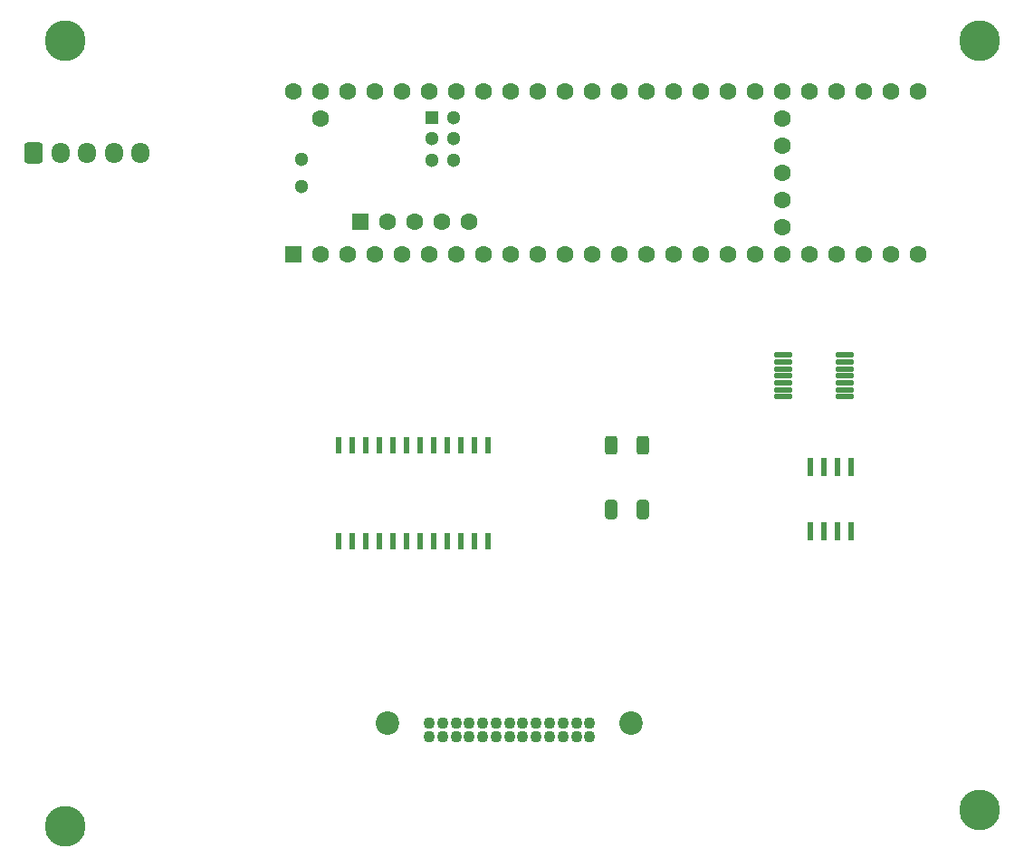
<source format=gbr>
%TF.GenerationSoftware,KiCad,Pcbnew,(6.0.1)*%
%TF.CreationDate,2022-04-12T22:30:48-05:00*%
%TF.ProjectId,singular_SIV,73696e67-756c-4617-925f-5349562e6b69,rev?*%
%TF.SameCoordinates,Original*%
%TF.FileFunction,Soldermask,Top*%
%TF.FilePolarity,Negative*%
%FSLAX46Y46*%
G04 Gerber Fmt 4.6, Leading zero omitted, Abs format (unit mm)*
G04 Created by KiCad (PCBNEW (6.0.1)) date 2022-04-12 22:30:48*
%MOMM*%
%LPD*%
G01*
G04 APERTURE LIST*
G04 Aperture macros list*
%AMRoundRect*
0 Rectangle with rounded corners*
0 $1 Rounding radius*
0 $2 $3 $4 $5 $6 $7 $8 $9 X,Y pos of 4 corners*
0 Add a 4 corners polygon primitive as box body*
4,1,4,$2,$3,$4,$5,$6,$7,$8,$9,$2,$3,0*
0 Add four circle primitives for the rounded corners*
1,1,$1+$1,$2,$3*
1,1,$1+$1,$4,$5*
1,1,$1+$1,$6,$7*
1,1,$1+$1,$8,$9*
0 Add four rect primitives between the rounded corners*
20,1,$1+$1,$2,$3,$4,$5,0*
20,1,$1+$1,$4,$5,$6,$7,0*
20,1,$1+$1,$6,$7,$8,$9,0*
20,1,$1+$1,$8,$9,$2,$3,0*%
G04 Aperture macros list end*
%ADD10RoundRect,0.250000X-0.600000X-0.725000X0.600000X-0.725000X0.600000X0.725000X-0.600000X0.725000X0*%
%ADD11O,1.700000X1.950000*%
%ADD12C,2.600000*%
%ADD13C,3.800000*%
%ADD14C,2.200000*%
%ADD15C,1.100000*%
%ADD16C,1.300000*%
%ADD17C,1.600000*%
%ADD18R,1.300000X1.300000*%
%ADD19R,1.600000X1.600000*%
%ADD20RoundRect,0.250000X-0.312500X-0.625000X0.312500X-0.625000X0.312500X0.625000X-0.312500X0.625000X0*%
%ADD21RoundRect,0.020500X-0.764500X-0.184500X0.764500X-0.184500X0.764500X0.184500X-0.764500X0.184500X0*%
%ADD22R,0.600000X1.750000*%
%ADD23R,0.500000X1.500000*%
%ADD24RoundRect,0.250000X-0.325000X-0.650000X0.325000X-0.650000X0.325000X0.650000X-0.325000X0.650000X0*%
G04 APERTURE END LIST*
D10*
%TO.C,J2*%
X46500000Y-72500000D03*
D11*
X49000000Y-72500000D03*
X51500000Y-72500000D03*
X54000000Y-72500000D03*
X56500000Y-72500000D03*
%TD*%
D12*
%TO.C,REF\u002A\u002A*%
X135000000Y-134000000D03*
D13*
X135000000Y-134000000D03*
%TD*%
D12*
%TO.C,REF\u002A\u002A*%
X135000000Y-62000000D03*
D13*
X135000000Y-62000000D03*
%TD*%
D12*
%TO.C,REF\u002A\u002A*%
X49500000Y-135500000D03*
D13*
X49500000Y-135500000D03*
%TD*%
%TO.C,REF\u002A\u002A*%
X49500000Y-62000000D03*
D12*
X49500000Y-62000000D03*
%TD*%
D14*
%TO.C,J1*%
X79610000Y-125880000D03*
X102410000Y-125880000D03*
D15*
X83510000Y-127130000D03*
X84760000Y-127130000D03*
X86010000Y-127130000D03*
X87260000Y-127130000D03*
X88510000Y-127130000D03*
X89760000Y-127130000D03*
X91010000Y-127130000D03*
X92260000Y-127130000D03*
X93510000Y-127130000D03*
X94760000Y-127130000D03*
X96010000Y-127130000D03*
X97260000Y-127130000D03*
X98510000Y-127130000D03*
X83510000Y-125880000D03*
X84760000Y-125880000D03*
X86010000Y-125880000D03*
X87260000Y-125880000D03*
X88510000Y-125880000D03*
X89760000Y-125880000D03*
X91010000Y-125880000D03*
X92260000Y-125880000D03*
X93510000Y-125880000D03*
X94760000Y-125880000D03*
X96010000Y-125880000D03*
X97260000Y-125880000D03*
X98510000Y-125880000D03*
%TD*%
D16*
%TO.C,U1*%
X71530000Y-73110000D03*
X71530000Y-75650000D03*
D17*
X116520000Y-69300000D03*
X116520000Y-71840000D03*
X116520000Y-74380000D03*
X116520000Y-76920000D03*
X116520000Y-79460000D03*
D16*
X83770000Y-73198400D03*
X85770000Y-73198400D03*
X85770000Y-71198400D03*
X83770000Y-71198400D03*
X85770000Y-69198400D03*
D18*
X83770000Y-69198400D03*
D17*
X111440000Y-82000000D03*
X113980000Y-82000000D03*
X116520000Y-82000000D03*
X119060000Y-82000000D03*
X108900000Y-82000000D03*
X106360000Y-82000000D03*
X103820000Y-82000000D03*
X121600000Y-82000000D03*
X124140000Y-82000000D03*
X126680000Y-82000000D03*
X129220000Y-82000000D03*
X129220000Y-66760000D03*
X126680000Y-66760000D03*
X124140000Y-66760000D03*
X121600000Y-66760000D03*
X119060000Y-66760000D03*
X116520000Y-66760000D03*
X113980000Y-66760000D03*
X111440000Y-66760000D03*
X108900000Y-66760000D03*
X106360000Y-66760000D03*
X101280000Y-82000000D03*
X98740000Y-82000000D03*
X96200000Y-82000000D03*
X93660000Y-82000000D03*
X91120000Y-82000000D03*
X88580000Y-82000000D03*
X86040000Y-82000000D03*
X83500000Y-82000000D03*
X80960000Y-82000000D03*
X78420000Y-82000000D03*
X75880000Y-82000000D03*
X73340000Y-82000000D03*
D19*
X70800000Y-82000000D03*
D17*
X103820000Y-66760000D03*
X101280000Y-66760000D03*
X98740000Y-66760000D03*
X96200000Y-66760000D03*
X93660000Y-66760000D03*
X91120000Y-66760000D03*
X88580000Y-66760000D03*
X86040000Y-66760000D03*
X83500000Y-66760000D03*
X80960000Y-66760000D03*
X78420000Y-66760000D03*
X75880000Y-66760000D03*
X73340000Y-66760000D03*
X70800000Y-66760000D03*
D19*
X77099200Y-78949200D03*
D17*
X79639200Y-78949200D03*
X82179200Y-78949200D03*
X84719200Y-78949200D03*
X87259200Y-78949200D03*
X73340000Y-69300000D03*
%TD*%
D20*
%TO.C,R1*%
X103472500Y-99880000D03*
X100547500Y-99880000D03*
%TD*%
D21*
%TO.C,O1*%
X122380000Y-91430000D03*
X122380000Y-92080000D03*
X122380000Y-92730000D03*
X122380000Y-93380000D03*
X122380000Y-94030000D03*
X122380000Y-94680000D03*
X122380000Y-95330000D03*
X116640000Y-95330000D03*
X116640000Y-94680000D03*
X116640000Y-94030000D03*
X116640000Y-93380000D03*
X116640000Y-92730000D03*
X116640000Y-92080000D03*
X116640000Y-91430000D03*
%TD*%
D22*
%TO.C,DP1*%
X119105000Y-107880000D03*
X120375000Y-107880000D03*
X121645000Y-107880000D03*
X122915000Y-107880000D03*
X122915000Y-101880000D03*
X121645000Y-101880000D03*
X120375000Y-101880000D03*
X119105000Y-101880000D03*
%TD*%
D23*
%TO.C,DM1*%
X75025000Y-99880000D03*
X76295000Y-99880000D03*
X77565000Y-99880000D03*
X78835000Y-99880000D03*
X80105000Y-99880000D03*
X81375000Y-99880000D03*
X82645000Y-99880000D03*
X83915000Y-99880000D03*
X85185000Y-99880000D03*
X86455000Y-99880000D03*
X87725000Y-99880000D03*
X88995000Y-99880000D03*
X88995000Y-108880000D03*
X87725000Y-108880000D03*
X86455000Y-108880000D03*
X85185000Y-108880000D03*
X83915000Y-108880000D03*
X82645000Y-108880000D03*
X81375000Y-108880000D03*
X80105000Y-108880000D03*
X78835000Y-108880000D03*
X77565000Y-108880000D03*
X76295000Y-108880000D03*
X75025000Y-108880000D03*
%TD*%
D24*
%TO.C,C1*%
X103485000Y-105880000D03*
X100535000Y-105880000D03*
%TD*%
M02*

</source>
